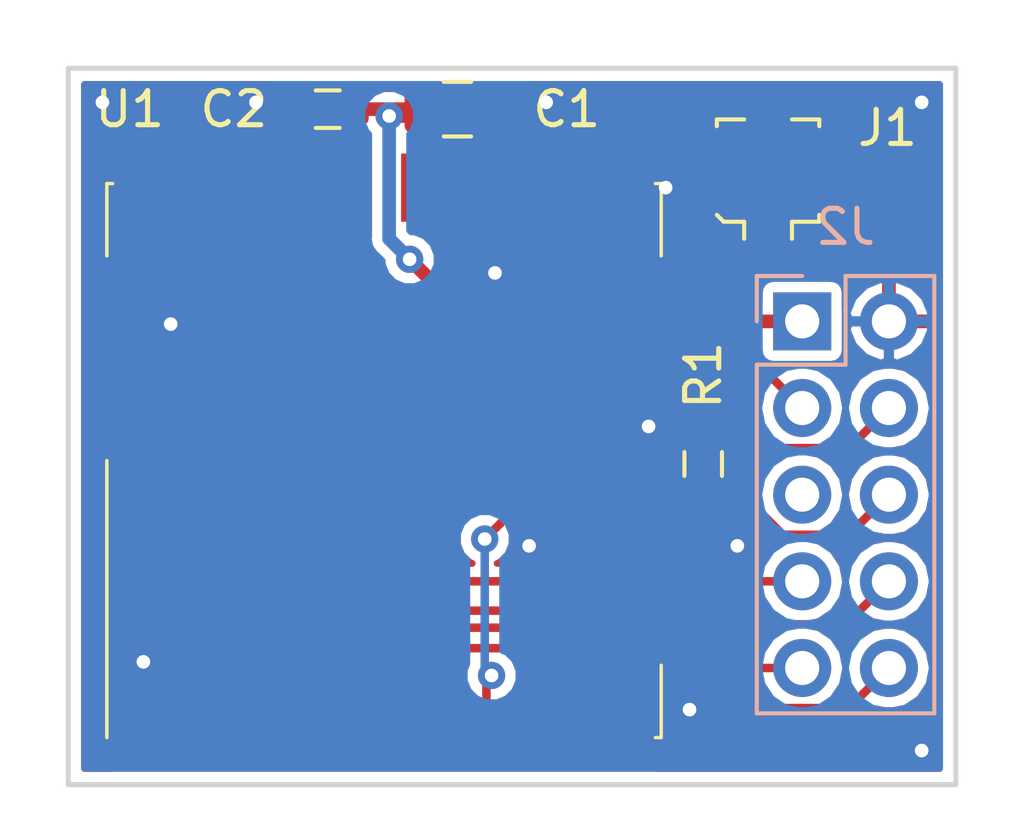
<source format=kicad_pcb>
(kicad_pcb (version 20171130) (host pcbnew 5.0.0)

  (general
    (thickness 1.6)
    (drawings 4)
    (tracks 84)
    (zones 0)
    (modules 6)
    (nets 17)
  )

  (page A4)
  (layers
    (0 F.Cu signal)
    (31 B.Cu signal)
    (32 B.Adhes user)
    (33 F.Adhes user)
    (34 B.Paste user)
    (35 F.Paste user)
    (36 B.SilkS user)
    (37 F.SilkS user)
    (38 B.Mask user)
    (39 F.Mask user)
    (40 Dwgs.User user)
    (41 Cmts.User user)
    (42 Eco1.User user)
    (43 Eco2.User user)
    (44 Edge.Cuts user)
    (45 Margin user)
    (46 B.CrtYd user)
    (47 F.CrtYd user)
    (48 B.Fab user)
    (49 F.Fab user hide)
  )

  (setup
    (last_trace_width 0.25)
    (user_trace_width 0.25)
    (user_trace_width 0.3)
    (user_trace_width 0.4)
    (user_trace_width 0.5)
    (trace_clearance 0.2)
    (zone_clearance 0.3)
    (zone_45_only no)
    (trace_min 0.2)
    (segment_width 0.2)
    (edge_width 0.15)
    (via_size 0.8)
    (via_drill 0.4)
    (via_min_size 0.4)
    (via_min_drill 0.3)
    (uvia_size 0.3)
    (uvia_drill 0.1)
    (uvias_allowed no)
    (uvia_min_size 0.2)
    (uvia_min_drill 0.1)
    (pcb_text_width 0.3)
    (pcb_text_size 1.5 1.5)
    (mod_edge_width 0.15)
    (mod_text_size 1 1)
    (mod_text_width 0.15)
    (pad_size 1.524 1.524)
    (pad_drill 0.762)
    (pad_to_mask_clearance 0)
    (aux_axis_origin 0 0)
    (visible_elements FFFFFF7F)
    (pcbplotparams
      (layerselection 0x010fc_ffffffff)
      (usegerberextensions false)
      (usegerberattributes false)
      (usegerberadvancedattributes false)
      (creategerberjobfile false)
      (excludeedgelayer true)
      (linewidth 0.100000)
      (plotframeref false)
      (viasonmask false)
      (mode 1)
      (useauxorigin false)
      (hpglpennumber 1)
      (hpglpenspeed 20)
      (hpglpendiameter 15.000000)
      (psnegative false)
      (psa4output false)
      (plotreference true)
      (plotvalue true)
      (plotinvisibletext false)
      (padsonsilk false)
      (subtractmaskfromsilk false)
      (outputformat 1)
      (mirror false)
      (drillshape 1)
      (scaleselection 1)
      (outputdirectory ""))
  )

  (net 0 "")
  (net 1 GND)
  (net 2 /MISO)
  (net 3 /MOSI)
  (net 4 /SCK)
  (net 5 /SSEL)
  (net 6 "Net-(R1-Pad1)")
  (net 7 "Net-(U1-Pad7)")
  (net 8 "Net-(J1-Pad1)")
  (net 9 "Net-(U1-Pad11)")
  (net 10 "Net-(U1-Pad12)")
  (net 11 +3V3)
  (net 12 /DIO0)
  (net 13 "Net-(U1-Pad16)")
  (net 14 "Net-(J2-Pad5)")
  (net 15 /DIO1)
  (net 16 /~RESET)

  (net_class Default "Dies ist die voreingestellte Netzklasse."
    (clearance 0.2)
    (trace_width 0.25)
    (via_dia 0.8)
    (via_drill 0.4)
    (uvia_dia 0.3)
    (uvia_drill 0.1)
    (add_net +3V3)
    (add_net /DIO0)
    (add_net /DIO1)
    (add_net /MISO)
    (add_net /MOSI)
    (add_net /SCK)
    (add_net /SSEL)
    (add_net /~RESET)
    (add_net GND)
    (add_net "Net-(J1-Pad1)")
    (add_net "Net-(J2-Pad5)")
    (add_net "Net-(R1-Pad1)")
    (add_net "Net-(U1-Pad11)")
    (add_net "Net-(U1-Pad12)")
    (add_net "Net-(U1-Pad16)")
    (add_net "Net-(U1-Pad7)")
  )

  (module Connector_PinSocket_2.54mm:PinSocket_2x05_P2.54mm_Vertical (layer B.Cu) (tedit 5A19A42B) (tstamp 5BD2E70E)
    (at 161.5 91.42 180)
    (descr "Through hole straight socket strip, 2x05, 2.54mm pitch, double cols (from Kicad 4.0.7), script generated")
    (tags "Through hole socket strip THT 2x05 2.54mm double row")
    (path /5BD08A45)
    (fp_text reference J2 (at -1.27 2.77 180) (layer B.SilkS)
      (effects (font (size 1 1) (thickness 0.15)) (justify mirror))
    )
    (fp_text value UEXT (at -1.27 -12.93 180) (layer B.Fab)
      (effects (font (size 1 1) (thickness 0.15)) (justify mirror))
    )
    (fp_line (start -3.81 1.27) (end 0.27 1.27) (layer B.Fab) (width 0.1))
    (fp_line (start 0.27 1.27) (end 1.27 0.27) (layer B.Fab) (width 0.1))
    (fp_line (start 1.27 0.27) (end 1.27 -11.43) (layer B.Fab) (width 0.1))
    (fp_line (start 1.27 -11.43) (end -3.81 -11.43) (layer B.Fab) (width 0.1))
    (fp_line (start -3.81 -11.43) (end -3.81 1.27) (layer B.Fab) (width 0.1))
    (fp_line (start -3.87 1.33) (end -1.27 1.33) (layer B.SilkS) (width 0.12))
    (fp_line (start -3.87 1.33) (end -3.87 -11.49) (layer B.SilkS) (width 0.12))
    (fp_line (start -3.87 -11.49) (end 1.33 -11.49) (layer B.SilkS) (width 0.12))
    (fp_line (start 1.33 -1.27) (end 1.33 -11.49) (layer B.SilkS) (width 0.12))
    (fp_line (start -1.27 -1.27) (end 1.33 -1.27) (layer B.SilkS) (width 0.12))
    (fp_line (start -1.27 1.33) (end -1.27 -1.27) (layer B.SilkS) (width 0.12))
    (fp_line (start 1.33 1.33) (end 1.33 0) (layer B.SilkS) (width 0.12))
    (fp_line (start 0 1.33) (end 1.33 1.33) (layer B.SilkS) (width 0.12))
    (fp_line (start -4.34 1.8) (end 1.76 1.8) (layer B.CrtYd) (width 0.05))
    (fp_line (start 1.76 1.8) (end 1.76 -11.9) (layer B.CrtYd) (width 0.05))
    (fp_line (start 1.76 -11.9) (end -4.34 -11.9) (layer B.CrtYd) (width 0.05))
    (fp_line (start -4.34 -11.9) (end -4.34 1.8) (layer B.CrtYd) (width 0.05))
    (fp_text user %R (at -1.27 -5.08 90) (layer B.Fab)
      (effects (font (size 1 1) (thickness 0.15)) (justify mirror))
    )
    (pad 1 thru_hole rect (at 0 0 180) (size 1.7 1.7) (drill 1) (layers *.Cu *.Mask)
      (net 11 +3V3))
    (pad 2 thru_hole oval (at -2.54 0 180) (size 1.7 1.7) (drill 1) (layers *.Cu *.Mask)
      (net 1 GND))
    (pad 3 thru_hole oval (at 0 -2.54 180) (size 1.7 1.7) (drill 1) (layers *.Cu *.Mask)
      (net 12 /DIO0))
    (pad 4 thru_hole oval (at -2.54 -2.54 180) (size 1.7 1.7) (drill 1) (layers *.Cu *.Mask)
      (net 15 /DIO1))
    (pad 5 thru_hole oval (at 0 -5.08 180) (size 1.7 1.7) (drill 1) (layers *.Cu *.Mask)
      (net 14 "Net-(J2-Pad5)"))
    (pad 6 thru_hole oval (at -2.54 -5.08 180) (size 1.7 1.7) (drill 1) (layers *.Cu *.Mask)
      (net 16 /~RESET))
    (pad 7 thru_hole oval (at 0 -7.62 180) (size 1.7 1.7) (drill 1) (layers *.Cu *.Mask)
      (net 2 /MISO))
    (pad 8 thru_hole oval (at -2.54 -7.62 180) (size 1.7 1.7) (drill 1) (layers *.Cu *.Mask)
      (net 3 /MOSI))
    (pad 9 thru_hole oval (at 0 -10.16 180) (size 1.7 1.7) (drill 1) (layers *.Cu *.Mask)
      (net 4 /SCK))
    (pad 10 thru_hole oval (at -2.54 -10.16 180) (size 1.7 1.7) (drill 1) (layers *.Cu *.Mask)
      (net 5 /SSEL))
    (model ${KISYS3DMOD}/Connector_PinSocket_2.54mm.3dshapes/PinSocket_2x05_P2.54mm_Vertical.wrl
      (at (xyz 0 0 0))
      (scale (xyz 1 1 1))
      (rotate (xyz 0 0 0))
    )
  )

  (module Connector_Coaxial:U.FL_Molex_MCRF_73412-0110_Vertical (layer F.Cu) (tedit 5A1B5B59) (tstamp 5BD1E26B)
    (at 160.5 87)
    (descr "Molex Microcoaxial RF Connectors (MCRF), mates Hirose U.FL, (http://www.molex.com/pdm_docs/sd/734120110_sd.pdf)")
    (tags "mcrf hirose ufl u.fl microcoaxial")
    (path /5BD08EF1)
    (attr smd)
    (fp_text reference J1 (at 3.5 -1.25) (layer F.SilkS)
      (effects (font (size 1 1) (thickness 0.15)))
    )
    (fp_text value Conn_Coaxial (at 0 -3.302) (layer F.Fab)
      (effects (font (size 1 1) (thickness 0.15)))
    )
    (fp_line (start 0 1) (end 0.3 1.3) (layer F.Fab) (width 0.1))
    (fp_line (start -0.3 1.3) (end 0 1) (layer F.Fab) (width 0.1))
    (fp_line (start 0.7 1.5) (end 0.7 2) (layer F.SilkS) (width 0.12))
    (fp_line (start -0.7 1.5) (end -0.7 2) (layer F.SilkS) (width 0.12))
    (fp_text user %R (at 0 3.5) (layer F.Fab)
      (effects (font (size 1 1) (thickness 0.15)))
    )
    (fp_circle (center 0 0) (end 0 0.05) (layer F.Fab) (width 0.1))
    (fp_circle (center 0 0) (end 0 0.125) (layer F.Fab) (width 0.1))
    (fp_line (start -0.7 1.5) (end -1.3 1.5) (layer F.SilkS) (width 0.12))
    (fp_line (start -1.3 1.5) (end -1.5 1.3) (layer F.SilkS) (width 0.12))
    (fp_line (start 1.5 1.3) (end 1.5 1.5) (layer F.SilkS) (width 0.12))
    (fp_line (start 1.5 1.5) (end 0.7 1.5) (layer F.SilkS) (width 0.12))
    (fp_line (start 0.7 -1.5) (end 1.5 -1.5) (layer F.SilkS) (width 0.12))
    (fp_line (start 1.5 -1.5) (end 1.5 -1.3) (layer F.SilkS) (width 0.12))
    (fp_line (start -1.5 -1.3) (end -1.5 -1.5) (layer F.SilkS) (width 0.12))
    (fp_line (start -1.5 -1.5) (end -0.7 -1.5) (layer F.SilkS) (width 0.12))
    (fp_circle (center 0 0) (end 0.9 0) (layer F.Fab) (width 0.1))
    (fp_line (start -1.3 -1.3) (end 1.3 -1.3) (layer F.Fab) (width 0.1))
    (fp_line (start -1.3 -1.3) (end -1.3 1) (layer F.Fab) (width 0.1))
    (fp_line (start -1.3 1) (end -1 1.3) (layer F.Fab) (width 0.1))
    (fp_line (start 1.3 -1.3) (end 1.3 1.3) (layer F.Fab) (width 0.1))
    (fp_line (start -2.5 -2.5) (end -2.5 2.5) (layer F.CrtYd) (width 0.05))
    (fp_line (start -2.5 2.5) (end 2.5 2.5) (layer F.CrtYd) (width 0.05))
    (fp_line (start 2.5 2.5) (end 2.5 -2.5) (layer F.CrtYd) (width 0.05))
    (fp_line (start 2.5 -2.5) (end -2.5 -2.5) (layer F.CrtYd) (width 0.05))
    (fp_line (start -1 1.3) (end 1.3 1.3) (layer F.Fab) (width 0.1))
    (fp_circle (center 0 0) (end 0 0.2) (layer F.Fab) (width 0.1))
    (pad 2 smd rect (at -1.475 0) (size 1.05 2.2) (layers F.Cu F.Paste F.Mask)
      (net 1 GND))
    (pad 2 smd rect (at 1.475 0) (size 1.05 2.2) (layers F.Cu F.Paste F.Mask)
      (net 1 GND))
    (pad 2 smd rect (at 0 -1.5) (size 1 1) (layers F.Cu F.Paste F.Mask)
      (net 1 GND))
    (pad 1 smd rect (at 0 1.5) (size 1 1) (layers F.Cu F.Paste F.Mask)
      (net 8 "Net-(J1-Pad1)"))
    (model ${KISYS3DMOD}/Connector_Coaxial.3dshapes/U.FL_Molex_MCRF_73412-0110_Vertical.wrl
      (at (xyz 0 0 0))
      (scale (xyz 1 1 1))
      (rotate (xyz 0 0 0))
    )
  )

  (module LibreSolar:C_0603_1608 (layer F.Cu) (tedit 5AE2422A) (tstamp 5BD1E229)
    (at 147.6 85.2 180)
    (descr "Capacitor SMD 0603, reflow soldering, AVX (see smccp.pdf)")
    (tags "capacitor 0603")
    (path /5BD090EE)
    (attr smd)
    (fp_text reference C2 (at 2.75 0 180) (layer F.SilkS)
      (effects (font (size 1 1) (thickness 0.15)))
    )
    (fp_text value 100n (at 0 1.5 180) (layer F.Fab)
      (effects (font (size 1 1) (thickness 0.15)))
    )
    (fp_line (start 1.4 0.65) (end -1.4 0.65) (layer F.CrtYd) (width 0.05))
    (fp_line (start 1.4 0.65) (end 1.4 -0.65) (layer F.CrtYd) (width 0.05))
    (fp_line (start -1.4 -0.65) (end -1.4 0.65) (layer F.CrtYd) (width 0.05))
    (fp_line (start -1.4 -0.65) (end 1.4 -0.65) (layer F.CrtYd) (width 0.05))
    (fp_line (start 0.35 0.55) (end -0.35 0.55) (layer F.SilkS) (width 0.12))
    (fp_line (start -0.35 -0.55) (end 0.35 -0.55) (layer F.SilkS) (width 0.12))
    (fp_line (start -0.8 -0.4) (end 0.8 -0.4) (layer F.Fab) (width 0.1))
    (fp_line (start 0.8 -0.4) (end 0.8 0.4) (layer F.Fab) (width 0.1))
    (fp_line (start 0.8 0.4) (end -0.8 0.4) (layer F.Fab) (width 0.1))
    (fp_line (start -0.8 0.4) (end -0.8 -0.4) (layer F.Fab) (width 0.1))
    (fp_text user %R (at 0 0 180) (layer F.Fab)
      (effects (font (size 0.5 0.5) (thickness 0.075)))
    )
    (pad 2 smd roundrect (at 0.8 0 180) (size 0.8 0.9) (layers F.Cu F.Paste F.Mask) (roundrect_rratio 0.2)
      (net 1 GND))
    (pad 1 smd roundrect (at -0.8 0 180) (size 0.8 0.9) (layers F.Cu F.Paste F.Mask) (roundrect_rratio 0.2)
      (net 11 +3V3))
    (model Capacitor_SMD.3dshapes/C_0603_1608Metric.step
      (at (xyz 0 0 0))
      (scale (xyz 1 1 1))
      (rotate (xyz 0 0 0))
    )
  )

  (module LibreSolar:C_0805_2012 (layer F.Cu) (tedit 5AE24260) (tstamp 5BD1E218)
    (at 151.4 85.2)
    (descr "Capacitor SMD 0805, reflow soldering, AVX (see smccp.pdf)")
    (tags "capacitor 0805")
    (path /5BD09058)
    (attr smd)
    (fp_text reference C1 (at 3.2 0) (layer F.SilkS)
      (effects (font (size 1 1) (thickness 0.15)))
    )
    (fp_text value 10uF (at 0 1.75) (layer F.Fab)
      (effects (font (size 1 1) (thickness 0.15)))
    )
    (fp_line (start 1.75 0.9) (end -1.75 0.9) (layer F.CrtYd) (width 0.05))
    (fp_line (start 1.75 0.9) (end 1.75 -0.9) (layer F.CrtYd) (width 0.05))
    (fp_line (start -1.75 -0.9) (end -1.75 0.9) (layer F.CrtYd) (width 0.05))
    (fp_line (start -1.75 -0.9) (end 1.75 -0.9) (layer F.CrtYd) (width 0.05))
    (fp_line (start -0.4 0.8) (end 0.4 0.8) (layer F.SilkS) (width 0.12))
    (fp_line (start 0.4 -0.8) (end -0.4 -0.8) (layer F.SilkS) (width 0.12))
    (fp_line (start -1 -0.62) (end 1 -0.62) (layer F.Fab) (width 0.1))
    (fp_line (start 1 -0.62) (end 1 0.62) (layer F.Fab) (width 0.1))
    (fp_line (start 1 0.62) (end -1 0.62) (layer F.Fab) (width 0.1))
    (fp_line (start -1 0.62) (end -1 -0.62) (layer F.Fab) (width 0.1))
    (fp_text user %R (at 0 0) (layer F.Fab)
      (effects (font (size 0.5 0.5) (thickness 0.075)))
    )
    (pad 2 smd roundrect (at 1 0) (size 1.1 1.4) (layers F.Cu F.Paste F.Mask) (roundrect_rratio 0.2)
      (net 1 GND))
    (pad 1 smd roundrect (at -1 0) (size 1.1 1.4) (layers F.Cu F.Paste F.Mask) (roundrect_rratio 0.2)
      (net 11 +3V3))
    (model Capacitor_SMD.3dshapes/C_0805_2012Metric.step
      (at (xyz 0 0 0))
      (scale (xyz 1 1 1))
      (rotate (xyz 0 0 0))
    )
  )

  (module LibreSolar:R_0603_1608 (layer F.Cu) (tedit 59175D4F) (tstamp 5BD1E1F6)
    (at 158.6 95.6 90)
    (descr "Resistor SMD 0603, reflow soldering, Vishay (see dcrcw.pdf)")
    (tags "resistor 0603")
    (path /5BD0B328)
    (attr smd)
    (fp_text reference R1 (at 2.6 0 90) (layer F.SilkS)
      (effects (font (size 1 1) (thickness 0.15)))
    )
    (fp_text value 1k (at 0 1.5 90) (layer F.Fab)
      (effects (font (size 1 1) (thickness 0.15)))
    )
    (fp_line (start 1.4 0.65) (end -1.4 0.65) (layer F.CrtYd) (width 0.05))
    (fp_line (start 1.4 0.65) (end 1.4 -0.65) (layer F.CrtYd) (width 0.05))
    (fp_line (start -1.4 -0.65) (end -1.4 0.65) (layer F.CrtYd) (width 0.05))
    (fp_line (start -1.4 -0.65) (end 1.4 -0.65) (layer F.CrtYd) (width 0.05))
    (fp_line (start -0.35 -0.55) (end 0.35 -0.55) (layer F.SilkS) (width 0.12))
    (fp_line (start 0.35 0.55) (end -0.35 0.55) (layer F.SilkS) (width 0.12))
    (fp_line (start -0.8 -0.4) (end 0.8 -0.4) (layer F.Fab) (width 0.1))
    (fp_line (start 0.8 -0.4) (end 0.8 0.4) (layer F.Fab) (width 0.1))
    (fp_line (start 0.8 0.4) (end -0.8 0.4) (layer F.Fab) (width 0.1))
    (fp_line (start -0.8 0.4) (end -0.8 -0.4) (layer F.Fab) (width 0.1))
    (fp_text user %R (at 0 0 90) (layer F.Fab)
      (effects (font (size 0.5 0.5) (thickness 0.075)))
    )
    (pad 2 smd roundrect (at 0.8 0 90) (size 0.8 0.9) (layers F.Cu F.Paste F.Mask) (roundrect_rratio 0.2)
      (net 16 /~RESET))
    (pad 1 smd roundrect (at -0.8 0 90) (size 0.8 0.9) (layers F.Cu F.Paste F.Mask) (roundrect_rratio 0.2)
      (net 6 "Net-(R1-Pad1)"))
    (model ${KISYS3DMOD}/Resistor_SMD.3dshapes/R_0603_1608Metric.step
      (at (xyz 0 0 0))
      (scale (xyz 1 1 1))
      (rotate (xyz 0 0 0))
    )
  )

  (module RF_Module:HOPERF_RFM9XW_SMD (layer F.Cu) (tedit 5A030172) (tstamp 5BD1E1E5)
    (at 149.25 95.5 90)
    (descr " Low Power Long Range Transceiver Module SMD-16 http://www.hoperf.com/upload/rf/RFM95_96_97_98W.pdf")
    (tags " Low Power Long Range Transceiver Module")
    (path /5BD0895A)
    (attr smd)
    (fp_text reference U1 (at 10.3 -7.45 180) (layer F.SilkS)
      (effects (font (size 1 1) (thickness 0.15)))
    )
    (fp_text value RFM95W-868S2 (at 0 9.5 90) (layer F.Fab)
      (effects (font (size 1 1) (thickness 0.15)))
    )
    (fp_line (start -8 -8) (end 8 -8) (layer F.Fab) (width 0.12))
    (fp_line (start 8 8) (end 8 -8) (layer F.Fab) (width 0.12))
    (fp_line (start -8 8) (end 8 8) (layer F.Fab) (width 0.12))
    (fp_line (start -8 8) (end -8 -8) (layer F.Fab) (width 0.12))
    (fp_text user %R (at 0 0 90) (layer F.Fab)
      (effects (font (size 1 1) (thickness 0.15)))
    )
    (fp_line (start -8.12 -8.12) (end 0 -8.12) (layer F.SilkS) (width 0.1))
    (fp_line (start 6 8.12) (end 8.12 8.12) (layer F.SilkS) (width 0.1))
    (fp_line (start -9.45 -8.25) (end 9.45 -8.25) (layer F.CrtYd) (width 0.05))
    (fp_line (start 9.45 -8.25) (end 9.45 8.25) (layer F.CrtYd) (width 0.05))
    (fp_line (start -9.45 8.25) (end 9.45 8.25) (layer F.CrtYd) (width 0.05))
    (fp_line (start -9.45 8.25) (end -9.45 -8.25) (layer F.CrtYd) (width 0.05))
    (fp_line (start 8.12 8.12) (end 8.12 7.95) (layer F.SilkS) (width 0.1))
    (fp_line (start -8.12 8.12) (end -6 8.12) (layer F.SilkS) (width 0.1))
    (fp_line (start -8.12 8.12) (end -8.12 7.95) (layer F.SilkS) (width 0.1))
    (fp_line (start 6 -8.12) (end 8.12 -8.12) (layer F.SilkS) (width 0.1))
    (fp_line (start 8.12 -8.12) (end 8.12 -7.95) (layer F.SilkS) (width 0.1))
    (pad 1 smd rect (at -8 -7 90) (size 2 1) (layers F.Cu F.Paste F.Mask)
      (net 1 GND))
    (pad 2 smd rect (at -8 -5 90) (size 2 1) (layers F.Cu F.Paste F.Mask)
      (net 2 /MISO))
    (pad 3 smd rect (at -8 -3 90) (size 2 1) (layers F.Cu F.Paste F.Mask)
      (net 3 /MOSI))
    (pad 4 smd rect (at -8 -1 90) (size 2 1) (layers F.Cu F.Paste F.Mask)
      (net 4 /SCK))
    (pad 5 smd rect (at -8 1 90) (size 2 1) (layers F.Cu F.Paste F.Mask)
      (net 5 /SSEL))
    (pad 6 smd rect (at -8 3 90) (size 2 1) (layers F.Cu F.Paste F.Mask)
      (net 6 "Net-(R1-Pad1)"))
    (pad 7 smd rect (at -8 5 90) (size 2 1) (layers F.Cu F.Paste F.Mask)
      (net 7 "Net-(U1-Pad7)"))
    (pad 8 smd rect (at -8 7 90) (size 2 1) (layers F.Cu F.Paste F.Mask)
      (net 1 GND))
    (pad 9 smd rect (at 8 7 90) (size 2 1) (layers F.Cu F.Paste F.Mask)
      (net 8 "Net-(J1-Pad1)"))
    (pad 10 smd rect (at 8 5 90) (size 2 1) (layers F.Cu F.Paste F.Mask)
      (net 1 GND))
    (pad 11 smd rect (at 8 3 90) (size 2 1) (layers F.Cu F.Paste F.Mask)
      (net 9 "Net-(U1-Pad11)"))
    (pad 12 smd rect (at 8 1 90) (size 2 1) (layers F.Cu F.Paste F.Mask)
      (net 10 "Net-(U1-Pad12)"))
    (pad 13 smd rect (at 8 -1 90) (size 2 1) (layers F.Cu F.Paste F.Mask)
      (net 11 +3V3))
    (pad 14 smd rect (at 8 -3 90) (size 2 1) (layers F.Cu F.Paste F.Mask)
      (net 12 /DIO0))
    (pad 15 smd rect (at 8 -5 90) (size 2 1) (layers F.Cu F.Paste F.Mask)
      (net 15 /DIO1))
    (pad 16 smd rect (at 8 -7 90) (size 2 1) (layers F.Cu F.Paste F.Mask)
      (net 13 "Net-(U1-Pad16)"))
    (model ${KISYS3DMOD}/RF_Module.3dshapes/HOPERF_RFM9XW_SMD.wrl
      (at (xyz 0 0 0))
      (scale (xyz 1 1 1))
      (rotate (xyz 0 0 0))
    )
    (model ${KISYS3DMOD}/LibreSolar.3dshapes/RFM95_LoRa_v15.stp
      (offset (xyz 8 -8 0))
      (scale (xyz 1 1 1))
      (rotate (xyz -90 0 180))
    )
  )

  (gr_line (start 140 84) (end 140 105) (layer Edge.Cuts) (width 0.15))
  (gr_line (start 166 84) (end 140 84) (layer Edge.Cuts) (width 0.15) (tstamp 5BD0DAB3))
  (gr_line (start 166 105) (end 166 84) (layer Edge.Cuts) (width 0.15))
  (gr_line (start 140 105) (end 166 105) (layer Edge.Cuts) (width 0.15))

  (segment (start 159.8 87) (end 159.025 87) (width 0.25) (layer F.Cu) (net 1))
  (segment (start 160.5 86.3) (end 159.8 87) (width 0.25) (layer F.Cu) (net 1))
  (segment (start 160.5 85.5) (end 160.5 86.3) (width 0.25) (layer F.Cu) (net 1))
  (segment (start 161.2 87) (end 160.5 86.3) (width 0.25) (layer F.Cu) (net 1))
  (segment (start 161.975 87) (end 161.2 87) (width 0.25) (layer F.Cu) (net 1))
  (via (at 158.2 102.8) (size 0.8) (drill 0.4) (layers F.Cu B.Cu) (net 1))
  (segment (start 156.25 103.5) (end 157.5 103.5) (width 0.4) (layer F.Cu) (net 1))
  (segment (start 157.5 103.5) (end 158.2 102.8) (width 0.4) (layer F.Cu) (net 1))
  (via (at 142.2 101.4) (size 0.8) (drill 0.4) (layers F.Cu B.Cu) (net 1))
  (segment (start 142.25 103.5) (end 142.25 101.45) (width 0.4) (layer F.Cu) (net 1))
  (segment (start 142.25 101.45) (end 142.2 101.4) (width 0.4) (layer F.Cu) (net 1))
  (via (at 159.6 98) (size 0.8) (drill 0.4) (layers F.Cu B.Cu) (net 1))
  (segment (start 158.6 98) (end 157.4 98) (width 0.25) (layer F.Cu) (net 1))
  (via (at 143 91.5) (size 0.8) (drill 0.4) (layers F.Cu B.Cu) (net 1))
  (via (at 157 94.5) (size 0.8) (drill 0.4) (layers F.Cu B.Cu) (net 1))
  (via (at 153.5 98) (size 0.8) (drill 0.4) (layers F.Cu B.Cu) (net 1))
  (via (at 141 85) (size 0.8) (drill 0.4) (layers F.Cu B.Cu) (net 1))
  (via (at 154 85) (size 0.8) (drill 0.4) (layers F.Cu B.Cu) (net 1))
  (via (at 152.5 90) (size 0.8) (drill 0.4) (layers F.Cu B.Cu) (net 1))
  (via (at 165 85) (size 0.8) (drill 0.4) (layers F.Cu B.Cu) (net 1))
  (via (at 165 104) (size 0.8) (drill 0.4) (layers F.Cu B.Cu) (net 1))
  (via (at 145.5 85) (size 0.8) (drill 0.4) (layers F.Cu B.Cu) (net 1))
  (via (at 157.5 87.5) (size 0.8) (drill 0.4) (layers F.Cu B.Cu) (net 1))
  (segment (start 161.5 99.04) (end 146.96 99.04) (width 0.25) (layer F.Cu) (net 2))
  (segment (start 144.25 101.75) (end 144.25 103.5) (width 0.25) (layer F.Cu) (net 2))
  (segment (start 146.96 99.04) (end 144.25 101.75) (width 0.25) (layer F.Cu) (net 2))
  (segment (start 146.25 101.25) (end 146.25 103.5) (width 0.25) (layer F.Cu) (net 3))
  (segment (start 147.600022 99.899978) (end 146.25 101.25) (width 0.25) (layer F.Cu) (net 3))
  (segment (start 158.9728 100.299978) (end 158.5728 99.899978) (width 0.25) (layer F.Cu) (net 3))
  (segment (start 164.04 99.04) (end 162.780022 100.299978) (width 0.25) (layer F.Cu) (net 3))
  (segment (start 158.5728 99.899978) (end 147.600022 99.899978) (width 0.25) (layer F.Cu) (net 3))
  (segment (start 162.780022 100.299978) (end 158.9728 100.299978) (width 0.25) (layer F.Cu) (net 3))
  (segment (start 148.25 101.75) (end 148.25 103.5) (width 0.25) (layer F.Cu) (net 4))
  (segment (start 149.6 100.4) (end 148.25 101.75) (width 0.25) (layer F.Cu) (net 4))
  (segment (start 158.436411 100.4) (end 149.6 100.4) (width 0.25) (layer F.Cu) (net 4))
  (segment (start 161.5 101.58) (end 159.616411 101.58) (width 0.25) (layer F.Cu) (net 4))
  (segment (start 159.616411 101.58) (end 158.436411 100.4) (width 0.25) (layer F.Cu) (net 4))
  (segment (start 163.190001 102.429999) (end 164.04 101.58) (width 0.25) (layer F.Cu) (net 5))
  (segment (start 150.25 102.15) (end 151.4 101) (width 0.25) (layer F.Cu) (net 5))
  (segment (start 150.25 103.5) (end 150.25 102.15) (width 0.25) (layer F.Cu) (net 5))
  (segment (start 151.4 101) (end 158.4 101) (width 0.25) (layer F.Cu) (net 5))
  (segment (start 160.155001 102.755001) (end 162.864999 102.755001) (width 0.25) (layer F.Cu) (net 5))
  (segment (start 158.4 101) (end 160.155001 102.755001) (width 0.25) (layer F.Cu) (net 5))
  (segment (start 162.864999 102.755001) (end 163.190001 102.429999) (width 0.25) (layer F.Cu) (net 5))
  (via (at 152.2 97.8) (size 0.8) (drill 0.4) (layers F.Cu B.Cu) (net 6))
  (segment (start 158.6 96.4) (end 153.6 96.4) (width 0.25) (layer F.Cu) (net 6))
  (segment (start 153.6 96.4) (end 152.2 97.8) (width 0.25) (layer F.Cu) (net 6))
  (segment (start 152.2 101.6) (end 152.4 101.8) (width 0.25) (layer B.Cu) (net 6))
  (segment (start 152.2 97.8) (end 152.2 101.6) (width 0.25) (layer B.Cu) (net 6))
  (via (at 152.4 101.8) (size 0.8) (drill 0.4) (layers F.Cu B.Cu) (net 6))
  (segment (start 152.25 101.95) (end 152.4 101.8) (width 0.25) (layer F.Cu) (net 6))
  (segment (start 152.25 103.5) (end 152.25 101.95) (width 0.25) (layer F.Cu) (net 6))
  (segment (start 160.2 88.8) (end 160.5 88.5) (width 0.25) (layer F.Cu) (net 8))
  (segment (start 157.05 88.8) (end 160.2 88.8) (width 0.25) (layer F.Cu) (net 8))
  (segment (start 156.25 87.5) (end 156.25 88) (width 0.25) (layer F.Cu) (net 8))
  (segment (start 156.25 88) (end 157.05 88.8) (width 0.25) (layer F.Cu) (net 8))
  (segment (start 150.4 85.2) (end 148.4 85.2) (width 0.4) (layer F.Cu) (net 11))
  (segment (start 148.4 87.35) (end 148.25 87.5) (width 0.4) (layer F.Cu) (net 11))
  (segment (start 148.4 85.2) (end 148.4 87.35) (width 0.4) (layer F.Cu) (net 11))
  (via (at 150 89.6) (size 0.8) (drill 0.4) (layers F.Cu B.Cu) (net 11))
  (segment (start 161.5 91.42) (end 151.82 91.42) (width 0.4) (layer F.Cu) (net 11))
  (segment (start 151.82 91.42) (end 150 89.6) (width 0.4) (layer F.Cu) (net 11))
  (via (at 149.4 85.4) (size 0.8) (drill 0.4) (layers F.Cu B.Cu) (net 11))
  (segment (start 150 89.6) (end 149.4 89) (width 0.4) (layer B.Cu) (net 11))
  (segment (start 149.4 89) (end 149.4 85.4) (width 0.4) (layer B.Cu) (net 11))
  (segment (start 150.2 85.4) (end 150.4 85.2) (width 0.4) (layer F.Cu) (net 11))
  (segment (start 149.4 85.4) (end 150.2 85.4) (width 0.4) (layer F.Cu) (net 11))
  (segment (start 146.25 90.25) (end 146.25 87.5) (width 0.25) (layer F.Cu) (net 12))
  (segment (start 148.67499 92.67499) (end 146.25 90.25) (width 0.25) (layer F.Cu) (net 12))
  (segment (start 161.5 93.96) (end 160.21499 92.67499) (width 0.25) (layer F.Cu) (net 12))
  (segment (start 160.21499 92.67499) (end 148.67499 92.67499) (width 0.25) (layer F.Cu) (net 12))
  (segment (start 144.25 88.75) (end 144.25 87.5) (width 0.25) (layer F.Cu) (net 15))
  (segment (start 144.25 88.88641) (end 144.25 88.75) (width 0.25) (layer F.Cu) (net 15))
  (segment (start 148.488589 93.124999) (end 144.25 88.88641) (width 0.25) (layer F.Cu) (net 15))
  (segment (start 158.14091 93.125) (end 148.488589 93.124999) (width 0.25) (layer F.Cu) (net 15))
  (segment (start 160.150911 95.135001) (end 158.14091 93.125) (width 0.25) (layer F.Cu) (net 15))
  (segment (start 162.864999 95.135001) (end 160.150911 95.135001) (width 0.25) (layer F.Cu) (net 15))
  (segment (start 164.04 93.96) (end 162.864999 95.135001) (width 0.25) (layer F.Cu) (net 15))
  (segment (start 163.190001 97.349999) (end 164.04 96.5) (width 0.25) (layer F.Cu) (net 16))
  (segment (start 160.935999 97.675001) (end 162.864999 97.675001) (width 0.25) (layer F.Cu) (net 16))
  (segment (start 159.37501 96.114012) (end 160.935999 97.675001) (width 0.25) (layer F.Cu) (net 16))
  (segment (start 162.864999 97.675001) (end 163.190001 97.349999) (width 0.25) (layer F.Cu) (net 16))
  (segment (start 159.37501 95.57501) (end 159.37501 96.114012) (width 0.25) (layer F.Cu) (net 16))
  (segment (start 158.6 94.8) (end 159.37501 95.57501) (width 0.25) (layer F.Cu) (net 16))

  (zone (net 1) (net_name GND) (layer B.Cu) (tstamp 0) (hatch edge 0.508)
    (connect_pads (clearance 0.3))
    (min_thickness 0.2)
    (fill yes (arc_segments 16) (thermal_gap 0.3) (thermal_bridge_width 0.3))
    (polygon
      (pts
        (xy 138 82) (xy 168 82) (xy 168 106) (xy 138 106)
      )
    )
    (filled_polygon
      (pts
        (xy 165.525 104.525) (xy 140.475 104.525) (xy 140.475 97.64087) (xy 151.4 97.64087) (xy 151.4 97.95913)
        (xy 151.521793 98.253164) (xy 151.675 98.406371) (xy 151.675001 101.459802) (xy 151.6 101.64087) (xy 151.6 101.95913)
        (xy 151.721793 102.253164) (xy 151.946836 102.478207) (xy 152.24087 102.6) (xy 152.55913 102.6) (xy 152.853164 102.478207)
        (xy 153.078207 102.253164) (xy 153.2 101.95913) (xy 153.2 101.64087) (xy 153.174787 101.58) (xy 160.225512 101.58)
        (xy 160.322527 102.067725) (xy 160.598801 102.481199) (xy 161.012275 102.757473) (xy 161.376891 102.83) (xy 161.623109 102.83)
        (xy 161.987725 102.757473) (xy 162.401199 102.481199) (xy 162.677473 102.067725) (xy 162.77 101.602563) (xy 162.862527 102.067725)
        (xy 163.138801 102.481199) (xy 163.552275 102.757473) (xy 163.916891 102.83) (xy 164.163109 102.83) (xy 164.527725 102.757473)
        (xy 164.941199 102.481199) (xy 165.217473 102.067725) (xy 165.314488 101.58) (xy 165.217473 101.092275) (xy 164.941199 100.678801)
        (xy 164.527725 100.402527) (xy 164.163109 100.33) (xy 163.916891 100.33) (xy 163.552275 100.402527) (xy 163.138801 100.678801)
        (xy 162.862527 101.092275) (xy 162.77 101.557437) (xy 162.677473 101.092275) (xy 162.401199 100.678801) (xy 161.987725 100.402527)
        (xy 161.623109 100.33) (xy 161.376891 100.33) (xy 161.012275 100.402527) (xy 160.598801 100.678801) (xy 160.322527 101.092275)
        (xy 160.225512 101.58) (xy 153.174787 101.58) (xy 153.078207 101.346836) (xy 152.853164 101.121793) (xy 152.725 101.068706)
        (xy 152.725 99.04) (xy 160.225512 99.04) (xy 160.322527 99.527725) (xy 160.598801 99.941199) (xy 161.012275 100.217473)
        (xy 161.376891 100.29) (xy 161.623109 100.29) (xy 161.987725 100.217473) (xy 162.401199 99.941199) (xy 162.677473 99.527725)
        (xy 162.77 99.062563) (xy 162.862527 99.527725) (xy 163.138801 99.941199) (xy 163.552275 100.217473) (xy 163.916891 100.29)
        (xy 164.163109 100.29) (xy 164.527725 100.217473) (xy 164.941199 99.941199) (xy 165.217473 99.527725) (xy 165.314488 99.04)
        (xy 165.217473 98.552275) (xy 164.941199 98.138801) (xy 164.527725 97.862527) (xy 164.163109 97.79) (xy 163.916891 97.79)
        (xy 163.552275 97.862527) (xy 163.138801 98.138801) (xy 162.862527 98.552275) (xy 162.77 99.017437) (xy 162.677473 98.552275)
        (xy 162.401199 98.138801) (xy 161.987725 97.862527) (xy 161.623109 97.79) (xy 161.376891 97.79) (xy 161.012275 97.862527)
        (xy 160.598801 98.138801) (xy 160.322527 98.552275) (xy 160.225512 99.04) (xy 152.725 99.04) (xy 152.725 98.406371)
        (xy 152.878207 98.253164) (xy 153 97.95913) (xy 153 97.64087) (xy 152.878207 97.346836) (xy 152.653164 97.121793)
        (xy 152.35913 97) (xy 152.04087 97) (xy 151.746836 97.121793) (xy 151.521793 97.346836) (xy 151.4 97.64087)
        (xy 140.475 97.64087) (xy 140.475 96.5) (xy 160.225512 96.5) (xy 160.322527 96.987725) (xy 160.598801 97.401199)
        (xy 161.012275 97.677473) (xy 161.376891 97.75) (xy 161.623109 97.75) (xy 161.987725 97.677473) (xy 162.401199 97.401199)
        (xy 162.677473 96.987725) (xy 162.77 96.522563) (xy 162.862527 96.987725) (xy 163.138801 97.401199) (xy 163.552275 97.677473)
        (xy 163.916891 97.75) (xy 164.163109 97.75) (xy 164.527725 97.677473) (xy 164.941199 97.401199) (xy 165.217473 96.987725)
        (xy 165.314488 96.5) (xy 165.217473 96.012275) (xy 164.941199 95.598801) (xy 164.527725 95.322527) (xy 164.163109 95.25)
        (xy 163.916891 95.25) (xy 163.552275 95.322527) (xy 163.138801 95.598801) (xy 162.862527 96.012275) (xy 162.77 96.477437)
        (xy 162.677473 96.012275) (xy 162.401199 95.598801) (xy 161.987725 95.322527) (xy 161.623109 95.25) (xy 161.376891 95.25)
        (xy 161.012275 95.322527) (xy 160.598801 95.598801) (xy 160.322527 96.012275) (xy 160.225512 96.5) (xy 140.475 96.5)
        (xy 140.475 93.96) (xy 160.225512 93.96) (xy 160.322527 94.447725) (xy 160.598801 94.861199) (xy 161.012275 95.137473)
        (xy 161.376891 95.21) (xy 161.623109 95.21) (xy 161.987725 95.137473) (xy 162.401199 94.861199) (xy 162.677473 94.447725)
        (xy 162.77 93.982563) (xy 162.862527 94.447725) (xy 163.138801 94.861199) (xy 163.552275 95.137473) (xy 163.916891 95.21)
        (xy 164.163109 95.21) (xy 164.527725 95.137473) (xy 164.941199 94.861199) (xy 165.217473 94.447725) (xy 165.314488 93.96)
        (xy 165.217473 93.472275) (xy 164.941199 93.058801) (xy 164.527725 92.782527) (xy 164.163109 92.71) (xy 163.916891 92.71)
        (xy 163.552275 92.782527) (xy 163.138801 93.058801) (xy 162.862527 93.472275) (xy 162.77 93.937437) (xy 162.677473 93.472275)
        (xy 162.401199 93.058801) (xy 161.987725 92.782527) (xy 161.623109 92.71) (xy 161.376891 92.71) (xy 161.012275 92.782527)
        (xy 160.598801 93.058801) (xy 160.322527 93.472275) (xy 160.225512 93.96) (xy 140.475 93.96) (xy 140.475 90.57)
        (xy 160.242164 90.57) (xy 160.242164 92.27) (xy 160.273209 92.426072) (xy 160.361616 92.558384) (xy 160.493928 92.646791)
        (xy 160.65 92.677836) (xy 162.35 92.677836) (xy 162.506072 92.646791) (xy 162.638384 92.558384) (xy 162.726791 92.426072)
        (xy 162.757836 92.27) (xy 162.757836 91.664771) (xy 162.814199 91.664771) (xy 163.000145 92.113695) (xy 163.344765 92.458826)
        (xy 163.795228 92.645805) (xy 163.99 92.569004) (xy 163.99 91.47) (xy 164.09 91.47) (xy 164.09 92.569004)
        (xy 164.284772 92.645805) (xy 164.735235 92.458826) (xy 165.079855 92.113695) (xy 165.265801 91.664771) (xy 165.188913 91.47)
        (xy 164.09 91.47) (xy 163.99 91.47) (xy 162.891087 91.47) (xy 162.814199 91.664771) (xy 162.757836 91.664771)
        (xy 162.757836 91.175229) (xy 162.814199 91.175229) (xy 162.891087 91.37) (xy 163.99 91.37) (xy 163.99 90.270996)
        (xy 164.09 90.270996) (xy 164.09 91.37) (xy 165.188913 91.37) (xy 165.265801 91.175229) (xy 165.079855 90.726305)
        (xy 164.735235 90.381174) (xy 164.284772 90.194195) (xy 164.09 90.270996) (xy 163.99 90.270996) (xy 163.795228 90.194195)
        (xy 163.344765 90.381174) (xy 163.000145 90.726305) (xy 162.814199 91.175229) (xy 162.757836 91.175229) (xy 162.757836 90.57)
        (xy 162.726791 90.413928) (xy 162.638384 90.281616) (xy 162.506072 90.193209) (xy 162.35 90.162164) (xy 160.65 90.162164)
        (xy 160.493928 90.193209) (xy 160.361616 90.281616) (xy 160.273209 90.413928) (xy 160.242164 90.57) (xy 140.475 90.57)
        (xy 140.475 85.24087) (xy 148.6 85.24087) (xy 148.6 85.55913) (xy 148.721793 85.853164) (xy 148.800001 85.931372)
        (xy 148.8 88.940914) (xy 148.788247 89) (xy 148.8 89.059086) (xy 148.8 89.05909) (xy 148.834813 89.234107)
        (xy 148.967425 89.432575) (xy 149.017521 89.466048) (xy 149.2 89.648527) (xy 149.2 89.75913) (xy 149.321793 90.053164)
        (xy 149.546836 90.278207) (xy 149.84087 90.4) (xy 150.15913 90.4) (xy 150.453164 90.278207) (xy 150.678207 90.053164)
        (xy 150.8 89.75913) (xy 150.8 89.44087) (xy 150.678207 89.146836) (xy 150.453164 88.921793) (xy 150.15913 88.8)
        (xy 150.048527 88.8) (xy 150 88.751473) (xy 150 85.931371) (xy 150.078207 85.853164) (xy 150.2 85.55913)
        (xy 150.2 85.24087) (xy 150.078207 84.946836) (xy 149.853164 84.721793) (xy 149.55913 84.6) (xy 149.24087 84.6)
        (xy 148.946836 84.721793) (xy 148.721793 84.946836) (xy 148.6 85.24087) (xy 140.475 85.24087) (xy 140.475 84.475)
        (xy 165.525001 84.475)
      )
    )
  )
  (zone (net 1) (net_name GND) (layer F.Cu) (tstamp 0) (hatch edge 0.508)
    (connect_pads (clearance 0.3))
    (min_thickness 0.2)
    (fill yes (arc_segments 16) (thermal_gap 0.4) (thermal_bridge_width 0.4))
    (polygon
      (pts
        (xy 139 83) (xy 167 83) (xy 167 105.5) (xy 139 105.5)
      )
    )
    (filled_polygon
      (pts
        (xy 165.525 104.525) (xy 157.25 104.525) (xy 157.25 103.725) (xy 157.125 103.6) (xy 156.35 103.6)
        (xy 156.35 103.62) (xy 156.15 103.62) (xy 156.15 103.6) (xy 156.13 103.6) (xy 156.13 103.4)
        (xy 156.15 103.4) (xy 156.15 102.125) (xy 156.35 102.125) (xy 156.35 103.4) (xy 157.125 103.4)
        (xy 157.25 103.275) (xy 157.25 102.400544) (xy 157.17388 102.216773) (xy 157.033227 102.076121) (xy 156.849456 102)
        (xy 156.475 102) (xy 156.35 102.125) (xy 156.15 102.125) (xy 156.025 102) (xy 155.650544 102)
        (xy 155.6 102.020936) (xy 155.6 101.525) (xy 158.182539 101.525) (xy 159.747206 103.089668) (xy 159.776497 103.133505)
        (xy 159.950156 103.24954) (xy 160.155 103.290286) (xy 160.206706 103.280001) (xy 162.813293 103.280001) (xy 162.864999 103.290286)
        (xy 162.916705 103.280001) (xy 163.069844 103.24954) (xy 163.243503 103.133505) (xy 163.272796 103.089665) (xy 163.596242 102.766219)
        (xy 163.916891 102.83) (xy 164.163109 102.83) (xy 164.527725 102.757473) (xy 164.941199 102.481199) (xy 165.217473 102.067725)
        (xy 165.314488 101.58) (xy 165.217473 101.092275) (xy 164.941199 100.678801) (xy 164.527725 100.402527) (xy 164.163109 100.33)
        (xy 163.916891 100.33) (xy 163.552275 100.402527) (xy 163.17405 100.655248) (xy 163.187819 100.634642) (xy 163.596243 100.226219)
        (xy 163.916891 100.29) (xy 164.163109 100.29) (xy 164.527725 100.217473) (xy 164.941199 99.941199) (xy 165.217473 99.527725)
        (xy 165.314488 99.04) (xy 165.217473 98.552275) (xy 164.941199 98.138801) (xy 164.527725 97.862527) (xy 164.163109 97.79)
        (xy 163.916891 97.79) (xy 163.552275 97.862527) (xy 163.138801 98.138801) (xy 162.862527 98.552275) (xy 162.77 99.017437)
        (xy 162.677473 98.552275) (xy 162.442091 98.200001) (xy 162.813293 98.200001) (xy 162.864999 98.210286) (xy 162.916705 98.200001)
        (xy 163.069844 98.16954) (xy 163.243503 98.053505) (xy 163.272796 98.009665) (xy 163.596242 97.686219) (xy 163.916891 97.75)
        (xy 164.163109 97.75) (xy 164.527725 97.677473) (xy 164.941199 97.401199) (xy 165.217473 96.987725) (xy 165.314488 96.5)
        (xy 165.217473 96.012275) (xy 164.941199 95.598801) (xy 164.527725 95.322527) (xy 164.163109 95.25) (xy 163.916891 95.25)
        (xy 163.552275 95.322527) (xy 163.138801 95.598801) (xy 162.862527 96.012275) (xy 162.77 96.477437) (xy 162.677473 96.012275)
        (xy 162.442091 95.660001) (xy 162.813293 95.660001) (xy 162.864999 95.670286) (xy 162.916705 95.660001) (xy 163.069844 95.62954)
        (xy 163.243503 95.513505) (xy 163.272796 95.469666) (xy 163.596243 95.146219) (xy 163.916891 95.21) (xy 164.163109 95.21)
        (xy 164.527725 95.137473) (xy 164.941199 94.861199) (xy 165.217473 94.447725) (xy 165.314488 93.96) (xy 165.217473 93.472275)
        (xy 164.941199 93.058801) (xy 164.527725 92.782527) (xy 164.163109 92.71) (xy 164.140002 92.71) (xy 164.140002 92.641301)
        (xy 164.349377 92.734081) (xy 164.828704 92.515659) (xy 165.187958 92.130433) (xy 165.354072 91.729375) (xy 165.260912 91.52)
        (xy 164.14 91.52) (xy 164.14 91.54) (xy 163.94 91.54) (xy 163.94 91.52) (xy 163.92 91.52)
        (xy 163.92 91.32) (xy 163.94 91.32) (xy 163.94 90.1987) (xy 164.14 90.1987) (xy 164.14 91.32)
        (xy 165.260912 91.32) (xy 165.354072 91.110625) (xy 165.187958 90.709567) (xy 164.828704 90.324341) (xy 164.349377 90.105919)
        (xy 164.14 90.1987) (xy 163.94 90.1987) (xy 163.730623 90.105919) (xy 163.251296 90.324341) (xy 162.892042 90.709567)
        (xy 162.757836 91.033588) (xy 162.757836 90.57) (xy 162.726791 90.413928) (xy 162.638384 90.281616) (xy 162.506072 90.193209)
        (xy 162.35 90.162164) (xy 160.65 90.162164) (xy 160.493928 90.193209) (xy 160.361616 90.281616) (xy 160.273209 90.413928)
        (xy 160.242164 90.57) (xy 160.242164 90.82) (xy 152.068528 90.82) (xy 150.8 89.551473) (xy 150.8 89.44087)
        (xy 150.678207 89.146836) (xy 150.453164 88.921793) (xy 150.419469 88.907836) (xy 150.75 88.907836) (xy 150.906072 88.876791)
        (xy 151.038384 88.788384) (xy 151.126791 88.656072) (xy 151.137945 88.6) (xy 151.362055 88.6) (xy 151.373209 88.656072)
        (xy 151.461616 88.788384) (xy 151.593928 88.876791) (xy 151.75 88.907836) (xy 152.75 88.907836) (xy 152.906072 88.876791)
        (xy 153.038384 88.788384) (xy 153.126791 88.656072) (xy 153.157836 88.5) (xy 153.157836 87.725) (xy 153.25 87.725)
        (xy 153.25 88.599456) (xy 153.32612 88.783227) (xy 153.466773 88.923879) (xy 153.650544 89) (xy 154.025 89)
        (xy 154.15 88.875) (xy 154.15 87.6) (xy 154.35 87.6) (xy 154.35 88.875) (xy 154.475 89)
        (xy 154.849456 89) (xy 155.033227 88.923879) (xy 155.17388 88.783227) (xy 155.25 88.599456) (xy 155.25 87.725)
        (xy 155.125 87.6) (xy 154.35 87.6) (xy 154.15 87.6) (xy 153.375 87.6) (xy 153.25 87.725)
        (xy 153.157836 87.725) (xy 153.157836 86.5) (xy 153.131209 86.366137) (xy 153.233227 86.32388) (xy 153.31607 86.241037)
        (xy 153.25 86.400544) (xy 153.25 87.275) (xy 153.375 87.4) (xy 154.15 87.4) (xy 154.15 86.125)
        (xy 154.35 86.125) (xy 154.35 87.4) (xy 155.125 87.4) (xy 155.25 87.275) (xy 155.25 86.5)
        (xy 155.342164 86.5) (xy 155.342164 88.5) (xy 155.373209 88.656072) (xy 155.461616 88.788384) (xy 155.593928 88.876791)
        (xy 155.75 88.907836) (xy 156.415374 88.907836) (xy 156.642205 89.134667) (xy 156.671496 89.178504) (xy 156.835943 89.288384)
        (xy 156.845155 89.294539) (xy 157.05 89.335285) (xy 157.101706 89.325) (xy 159.766416 89.325) (xy 159.843928 89.376791)
        (xy 160 89.407836) (xy 161 89.407836) (xy 161.156072 89.376791) (xy 161.288384 89.288384) (xy 161.376791 89.156072)
        (xy 161.407836 89) (xy 161.407836 88.6) (xy 161.75 88.6) (xy 161.875 88.475) (xy 161.875 87.1)
        (xy 162.075 87.1) (xy 162.075 88.475) (xy 162.2 88.6) (xy 162.599456 88.6) (xy 162.783227 88.52388)
        (xy 162.923879 88.383227) (xy 163 88.199456) (xy 163 87.225) (xy 162.875 87.1) (xy 162.075 87.1)
        (xy 161.875 87.1) (xy 161.075 87.1) (xy 160.95 87.225) (xy 160.95 87.592164) (xy 160.05 87.592164)
        (xy 160.05 87.225) (xy 159.925 87.1) (xy 159.125 87.1) (xy 159.125 87.12) (xy 158.925 87.12)
        (xy 158.925 87.1) (xy 158.125 87.1) (xy 158 87.225) (xy 158 88.199456) (xy 158.031292 88.275)
        (xy 157.267462 88.275) (xy 157.157836 88.165374) (xy 157.157836 86.5) (xy 157.126791 86.343928) (xy 157.038384 86.211616)
        (xy 156.906072 86.123209) (xy 156.75 86.092164) (xy 155.75 86.092164) (xy 155.593928 86.123209) (xy 155.461616 86.211616)
        (xy 155.373209 86.343928) (xy 155.342164 86.5) (xy 155.25 86.5) (xy 155.25 86.400544) (xy 155.17388 86.216773)
        (xy 155.033227 86.076121) (xy 154.849456 86) (xy 154.475 86) (xy 154.35 86.125) (xy 154.15 86.125)
        (xy 154.025 86) (xy 153.650544 86) (xy 153.466773 86.076121) (xy 153.383929 86.158964) (xy 153.45 85.999456)
        (xy 153.45 85.800544) (xy 158 85.800544) (xy 158 86.775) (xy 158.125 86.9) (xy 158.925 86.9)
        (xy 158.925 85.525) (xy 159.125 85.525) (xy 159.125 86.9) (xy 159.925 86.9) (xy 160.05 86.775)
        (xy 160.05 86.5) (xy 160.275 86.5) (xy 160.4 86.375) (xy 160.4 85.6) (xy 160.38 85.6)
        (xy 160.38 85.4) (xy 160.4 85.4) (xy 160.4 84.625) (xy 160.6 84.625) (xy 160.6 85.4)
        (xy 160.62 85.4) (xy 160.62 85.6) (xy 160.6 85.6) (xy 160.6 86.375) (xy 160.725 86.5)
        (xy 160.95 86.5) (xy 160.95 86.775) (xy 161.075 86.9) (xy 161.875 86.9) (xy 161.875 85.525)
        (xy 162.075 85.525) (xy 162.075 86.9) (xy 162.875 86.9) (xy 163 86.775) (xy 163 85.800544)
        (xy 162.923879 85.616773) (xy 162.783227 85.47612) (xy 162.599456 85.4) (xy 162.2 85.4) (xy 162.075 85.525)
        (xy 161.875 85.525) (xy 161.75 85.4) (xy 161.5 85.4) (xy 161.5 85.399998) (xy 161.375002 85.399998)
        (xy 161.5 85.275) (xy 161.5 84.900544) (xy 161.423879 84.716773) (xy 161.283227 84.57612) (xy 161.099456 84.5)
        (xy 160.725 84.5) (xy 160.6 84.625) (xy 160.4 84.625) (xy 160.275 84.5) (xy 159.900544 84.5)
        (xy 159.716773 84.57612) (xy 159.576121 84.716773) (xy 159.5 84.900544) (xy 159.5 85.275) (xy 159.624998 85.399998)
        (xy 159.5 85.399998) (xy 159.5 85.4) (xy 159.25 85.4) (xy 159.125 85.525) (xy 158.925 85.525)
        (xy 158.8 85.4) (xy 158.400544 85.4) (xy 158.216773 85.47612) (xy 158.076121 85.616773) (xy 158 85.800544)
        (xy 153.45 85.800544) (xy 153.45 85.425) (xy 153.325 85.3) (xy 152.6 85.3) (xy 152.6 85.1)
        (xy 153.325 85.1) (xy 153.45 84.975) (xy 153.45 84.475) (xy 165.525001 84.475)
      )
    )
    (filled_polygon
      (pts
        (xy 145.9 84.650544) (xy 145.9 84.975) (xy 146.025 85.1) (xy 146.7 85.1) (xy 146.7 85.08)
        (xy 146.9 85.08) (xy 146.9 85.32) (xy 146.7 85.32) (xy 146.7 85.3) (xy 146.025 85.3)
        (xy 145.9 85.425) (xy 145.9 85.749456) (xy 145.976121 85.933227) (xy 146.116773 86.07388) (xy 146.160915 86.092164)
        (xy 145.75 86.092164) (xy 145.593928 86.123209) (xy 145.461616 86.211616) (xy 145.373209 86.343928) (xy 145.342164 86.5)
        (xy 145.342164 88.5) (xy 145.373209 88.656072) (xy 145.461616 88.788384) (xy 145.593928 88.876791) (xy 145.725 88.902863)
        (xy 145.725 89.618949) (xy 144.952093 88.846041) (xy 145.038384 88.788384) (xy 145.126791 88.656072) (xy 145.157836 88.5)
        (xy 145.157836 86.5) (xy 145.126791 86.343928) (xy 145.038384 86.211616) (xy 144.906072 86.123209) (xy 144.75 86.092164)
        (xy 143.75 86.092164) (xy 143.593928 86.123209) (xy 143.461616 86.211616) (xy 143.373209 86.343928) (xy 143.342164 86.5)
        (xy 143.342164 88.5) (xy 143.373209 88.656072) (xy 143.461616 88.788384) (xy 143.593928 88.876791) (xy 143.717699 88.901411)
        (xy 143.738273 89.004844) (xy 143.755461 89.091254) (xy 143.871496 89.264914) (xy 143.915336 89.294207) (xy 148.080796 93.459668)
        (xy 148.110085 93.503502) (xy 148.153919 93.532791) (xy 148.283744 93.619538) (xy 148.488588 93.660284) (xy 148.540299 93.649998)
        (xy 157.923449 93.65) (xy 158.272977 93.999528) (xy 158.092699 94.035388) (xy 157.908479 94.158479) (xy 157.785388 94.342699)
        (xy 157.742164 94.56) (xy 157.742164 95.04) (xy 157.785388 95.257301) (xy 157.908479 95.441521) (xy 158.092699 95.564612)
        (xy 158.270606 95.6) (xy 158.092699 95.635388) (xy 157.908479 95.758479) (xy 157.830623 95.875) (xy 153.651706 95.875)
        (xy 153.6 95.864715) (xy 153.548294 95.875) (xy 153.395155 95.905461) (xy 153.221496 96.021496) (xy 153.192205 96.065333)
        (xy 152.257539 97) (xy 152.04087 97) (xy 151.746836 97.121793) (xy 151.521793 97.346836) (xy 151.4 97.64087)
        (xy 151.4 97.95913) (xy 151.521793 98.253164) (xy 151.746836 98.478207) (xy 151.835662 98.515) (xy 147.011706 98.515)
        (xy 146.96 98.504715) (xy 146.908294 98.515) (xy 146.755155 98.545461) (xy 146.581496 98.661496) (xy 146.552205 98.705333)
        (xy 143.915336 101.342203) (xy 143.871496 101.371496) (xy 143.768929 101.525) (xy 143.755461 101.545156) (xy 143.714715 101.75)
        (xy 143.725 101.801706) (xy 143.725 102.097137) (xy 143.593928 102.123209) (xy 143.461616 102.211616) (xy 143.373209 102.343928)
        (xy 143.362055 102.4) (xy 143.249775 102.4) (xy 143.17388 102.216773) (xy 143.033227 102.076121) (xy 142.849456 102)
        (xy 142.475 102) (xy 142.35 102.125) (xy 142.35 103.4) (xy 142.37 103.4) (xy 142.37 103.6)
        (xy 142.35 103.6) (xy 142.35 103.62) (xy 142.15 103.62) (xy 142.15 103.6) (xy 141.375 103.6)
        (xy 141.25 103.725) (xy 141.25 104.525) (xy 140.475 104.525) (xy 140.475 102.400544) (xy 141.25 102.400544)
        (xy 141.25 103.275) (xy 141.375 103.4) (xy 142.15 103.4) (xy 142.15 102.125) (xy 142.025 102)
        (xy 141.650544 102) (xy 141.466773 102.076121) (xy 141.32612 102.216773) (xy 141.25 102.400544) (xy 140.475 102.400544)
        (xy 140.475 86.5) (xy 141.342164 86.5) (xy 141.342164 88.5) (xy 141.373209 88.656072) (xy 141.461616 88.788384)
        (xy 141.593928 88.876791) (xy 141.75 88.907836) (xy 142.75 88.907836) (xy 142.906072 88.876791) (xy 143.038384 88.788384)
        (xy 143.126791 88.656072) (xy 143.157836 88.5) (xy 143.157836 86.5) (xy 143.126791 86.343928) (xy 143.038384 86.211616)
        (xy 142.906072 86.123209) (xy 142.75 86.092164) (xy 141.75 86.092164) (xy 141.593928 86.123209) (xy 141.461616 86.211616)
        (xy 141.373209 86.343928) (xy 141.342164 86.5) (xy 140.475 86.5) (xy 140.475 84.475) (xy 145.972713 84.475)
      )
    )
    (filled_polygon
      (pts
        (xy 160.528204 98.009668) (xy 160.557495 98.053505) (xy 160.641975 98.109953) (xy 160.598801 98.138801) (xy 160.347433 98.515)
        (xy 152.564338 98.515) (xy 152.653164 98.478207) (xy 152.878207 98.253164) (xy 153 97.95913) (xy 153 97.742461)
        (xy 153.817462 96.925) (xy 157.830623 96.925) (xy 157.908479 97.041521) (xy 158.092699 97.164612) (xy 158.31 97.207836)
        (xy 158.89 97.207836) (xy 159.107301 97.164612) (xy 159.291521 97.041521) (xy 159.399081 96.880545)
      )
    )
  )
  (zone (net 0) (net_name "") (layer F.Cu) (tstamp 0) (hatch edge 0.508)
    (connect_pads (clearance 0.3))
    (min_thickness 0.2)
    (keepout (tracks allowed) (vias allowed) (copperpour not_allowed))
    (fill (arc_segments 16) (thermal_gap 0.4) (thermal_bridge_width 0.4))
    (polygon
      (pts
        (xy 143 102.5) (xy 147 102.5) (xy 147 101.5) (xy 155.5 101.5) (xy 155.5 105)
        (xy 143 105)
      )
    )
  )
  (zone (net 0) (net_name "") (layer F.Cu) (tstamp 5BD28673) (hatch edge 0.508)
    (connect_pads (clearance 0.3))
    (min_thickness 0.2)
    (keepout (tracks allowed) (vias allowed) (copperpour not_allowed))
    (fill (arc_segments 16) (thermal_gap 0.4) (thermal_bridge_width 0.4))
    (polygon
      (pts
        (xy 147 85) (xy 152.5 85) (xy 152.5 88.5) (xy 147 88.5)
      )
    )
  )
)

</source>
